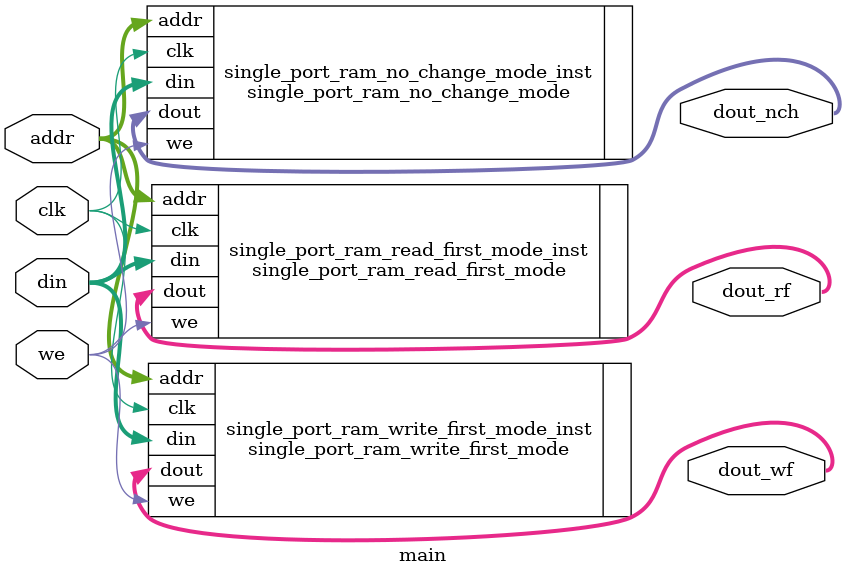
<source format=v>
module main (

	input clk,
	
	input we,
	
	input [7:0] addr,
	input [23:0] din,
	
	// Block RAM Read/Write Synchronization Modes
	output [23:0] dout_rf,
	output [23:0] dout_wf,
	output [23:0] dout_nch

);


single_port_ram_read_first_mode #(.MEM_WIDTH(24), .ADDR_WIDTH(8)) 
single_port_ram_read_first_mode_inst (
    .clk(clk),
    .we(we),
    .addr(addr),
    .din(din),
    .dout(dout_rf)
);

single_port_ram_write_first_mode #(.MEM_WIDTH(24), .ADDR_WIDTH(8)) 
single_port_ram_write_first_mode_inst (
    .clk(clk),
    .we(we),
    .addr(addr),
    .din(din),
    .dout(dout_wf)
);


single_port_ram_no_change_mode #(.MEM_WIDTH(24), .ADDR_WIDTH(8)) 
single_port_ram_no_change_mode_inst (
    .clk(clk),
    .we(we),
    .addr(addr),
    .din(din),
    .dout(dout_nch)
);


endmodule

</source>
